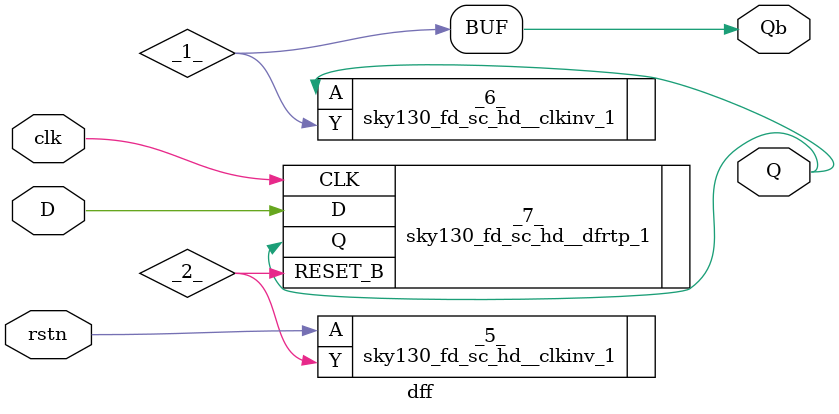
<source format=v>
/* Generated by Yosys 0.9 (git sha1 1979e0b1, i686-w64-mingw32.static-g++ 5.5.0 -Os) */

module dff(D, clk, rstn, Q, Qb);
  wire _0_;
  wire _1_;
  wire _2_;
  wire _3_;
  wire _4_;
  input D;
  output Q;
  output Qb;
  input clk;
  input rstn;
  sky130_fd_sc_hd__clkinv_1 _5_ (
    .A(_3_),
    .Y(_2_)
  );
  sky130_fd_sc_hd__clkinv_1 _6_ (
    .A(_0_),
    .Y(_1_)
  );
  sky130_fd_sc_hd__dfrtp_1 _7_ (
    .CLK(clk),
    .D(D),
    .Q(Q),
    .RESET_B(_4_)
  );
  assign _3_ = rstn;
  assign _4_ = _2_;
  assign _0_ = Q;
  assign Qb = _1_;
endmodule

</source>
